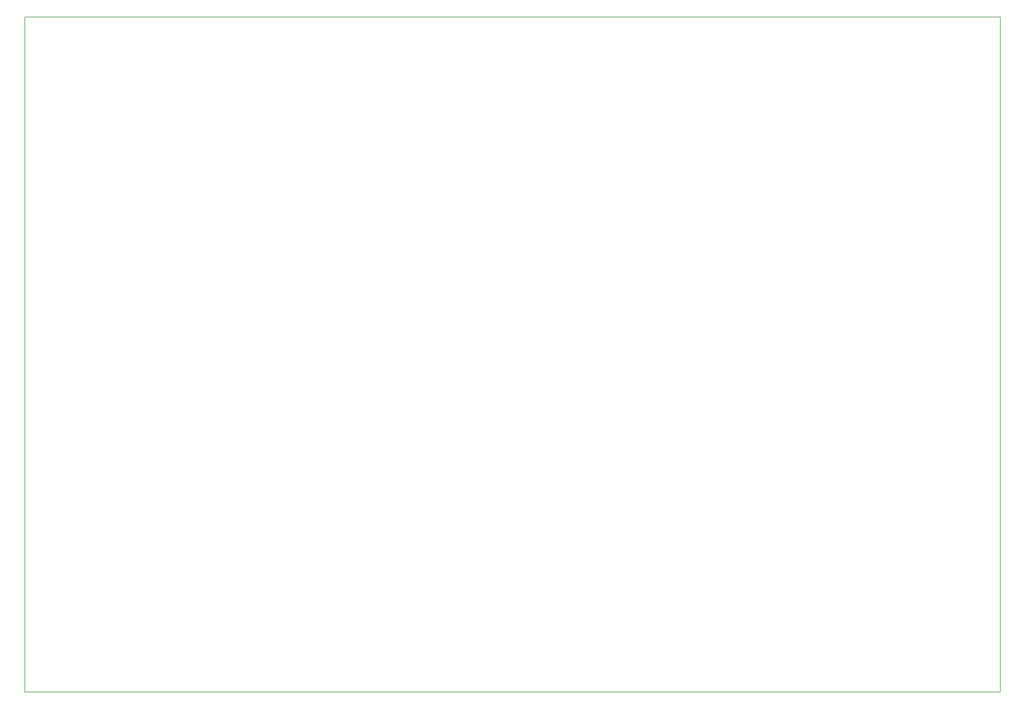
<source format=gbr>
G04 #@! TF.GenerationSoftware,KiCad,Pcbnew,(6.0.5)*
G04 #@! TF.CreationDate,2022-05-29T20:59:08-04:00*
G04 #@! TF.ProjectId,PB_16,50425f31-362e-46b6-9963-61645f706362,v1.0h*
G04 #@! TF.SameCoordinates,Original*
G04 #@! TF.FileFunction,Profile,NP*
%FSLAX46Y46*%
G04 Gerber Fmt 4.6, Leading zero omitted, Abs format (unit mm)*
G04 Created by KiCad (PCBNEW (6.0.5)) date 2022-05-29 20:59:08*
%MOMM*%
%LPD*%
G01*
G04 APERTURE LIST*
G04 #@! TA.AperFunction,Profile*
%ADD10C,0.050000*%
G04 #@! TD*
G04 APERTURE END LIST*
D10*
X218551000Y-153615800D02*
X218551000Y-51050600D01*
X70419600Y-51050600D02*
X70419600Y-153615800D01*
X218551000Y-51050600D02*
X70419600Y-51050600D01*
X218551000Y-153615800D02*
X70419600Y-153615800D01*
M02*

</source>
